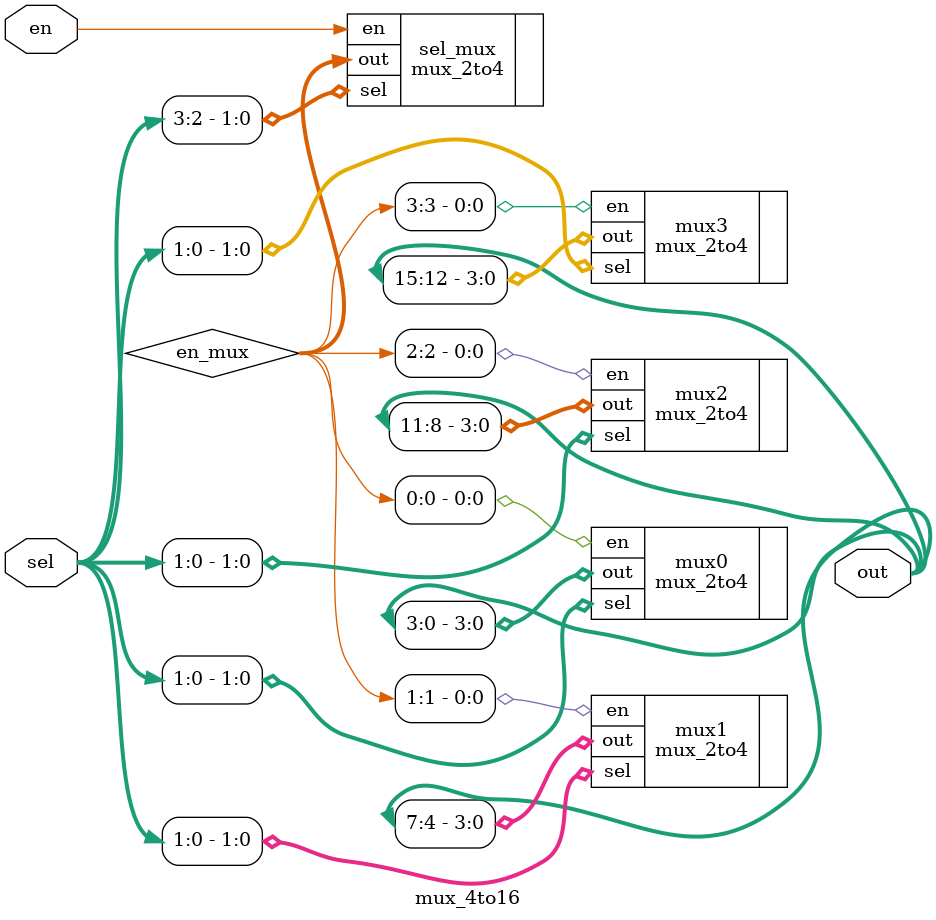
<source format=v>

module mux_4to16
    (
     input en,
     input [3:0] sel,
     output [15:0] out
    );
    
    // internal signals
    wire [3:0] en_mux;
    
    // instantiate modules
    mux_2to4 sel_mux( .en(      en          ),
                      .sel(     sel[3:2]    ),
                      .out(     en_mux      )
                    );
    
    mux_2to4 mux3   ( .en(      en_mux[3]   ),
                      .sel(     sel[1:0]    ),
                      .out(     out[15:12]  )
                    );
                    
    mux_2to4 mux2   ( .en(      en_mux[2]   ),
                      .sel(     sel[1:0]    ),
                      .out(     out[11:8]  )
                    );
                    
    mux_2to4 mux1   ( .en(      en_mux[1]   ),
                      .sel(     sel[1:0]    ),
                      .out(     out[7:4]  )
                    );
                    
    mux_2to4 mux0   ( .en(      en_mux[0]   ),
                      .sel(     sel[1:0]    ),
                      .out(     out[3:0]  )
                    );                    
    
endmodule       // mux_4to16
    
</source>
